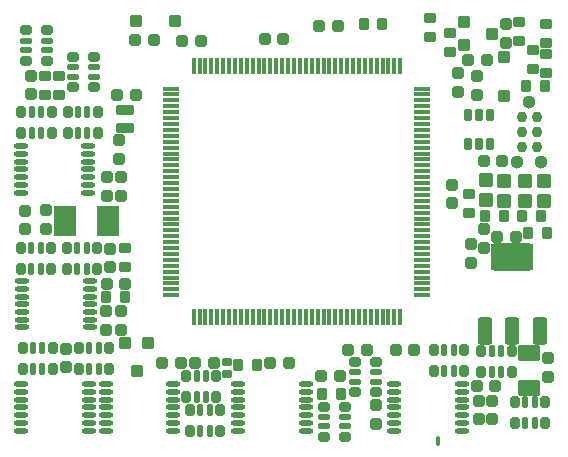
<source format=gts>
G04*
G04 #@! TF.GenerationSoftware,Altium Limited,Altium Designer,20.2.7 (254)*
G04*
G04 Layer_Color=7674933*
%FSLAX25Y25*%
%MOIN*%
G70*
G04*
G04 #@! TF.SameCoordinates,C0B213B8-0E46-4196-9EA8-866AAEF12B77*
G04*
G04*
G04 #@! TF.FilePolarity,Negative*
G04*
G01*
G75*
G04:AMPARAMS|DCode=43|XSize=76.38mil|YSize=50.79mil|CornerRadius=7.28mil|HoleSize=0mil|Usage=FLASHONLY|Rotation=0.000|XOffset=0mil|YOffset=0mil|HoleType=Round|Shape=RoundedRectangle|*
%AMROUNDEDRECTD43*
21,1,0.07638,0.03622,0,0,0.0*
21,1,0.06181,0.05079,0,0,0.0*
1,1,0.01457,0.03091,-0.01811*
1,1,0.01457,-0.03091,-0.01811*
1,1,0.01457,-0.03091,0.01811*
1,1,0.01457,0.03091,0.01811*
%
%ADD43ROUNDEDRECTD43*%
G04:AMPARAMS|DCode=44|XSize=33.07mil|YSize=41.73mil|CornerRadius=5.51mil|HoleSize=0mil|Usage=FLASHONLY|Rotation=270.000|XOffset=0mil|YOffset=0mil|HoleType=Round|Shape=RoundedRectangle|*
%AMROUNDEDRECTD44*
21,1,0.03307,0.03071,0,0,270.0*
21,1,0.02205,0.04173,0,0,270.0*
1,1,0.01102,-0.01535,-0.01102*
1,1,0.01102,-0.01535,0.01102*
1,1,0.01102,0.01535,0.01102*
1,1,0.01102,0.01535,-0.01102*
%
%ADD44ROUNDEDRECTD44*%
G04:AMPARAMS|DCode=45|XSize=38.98mil|YSize=38.98mil|CornerRadius=6.1mil|HoleSize=0mil|Usage=FLASHONLY|Rotation=90.000|XOffset=0mil|YOffset=0mil|HoleType=Round|Shape=RoundedRectangle|*
%AMROUNDEDRECTD45*
21,1,0.03898,0.02677,0,0,90.0*
21,1,0.02677,0.03898,0,0,90.0*
1,1,0.01221,0.01339,0.01339*
1,1,0.01221,0.01339,-0.01339*
1,1,0.01221,-0.01339,-0.01339*
1,1,0.01221,-0.01339,0.01339*
%
%ADD45ROUNDEDRECTD45*%
G04:AMPARAMS|DCode=46|XSize=33.07mil|YSize=41.73mil|CornerRadius=5.51mil|HoleSize=0mil|Usage=FLASHONLY|Rotation=180.000|XOffset=0mil|YOffset=0mil|HoleType=Round|Shape=RoundedRectangle|*
%AMROUNDEDRECTD46*
21,1,0.03307,0.03071,0,0,180.0*
21,1,0.02205,0.04173,0,0,180.0*
1,1,0.01102,-0.01102,0.01535*
1,1,0.01102,0.01102,0.01535*
1,1,0.01102,0.01102,-0.01535*
1,1,0.01102,-0.01102,-0.01535*
%
%ADD46ROUNDEDRECTD46*%
G04:AMPARAMS|DCode=47|XSize=15.35mil|YSize=33.07mil|CornerRadius=7.68mil|HoleSize=0mil|Usage=FLASHONLY|Rotation=180.000|XOffset=0mil|YOffset=0mil|HoleType=Round|Shape=RoundedRectangle|*
%AMROUNDEDRECTD47*
21,1,0.01535,0.01772,0,0,180.0*
21,1,0.00000,0.03307,0,0,180.0*
1,1,0.01535,0.00000,0.00886*
1,1,0.01535,0.00000,0.00886*
1,1,0.01535,0.00000,-0.00886*
1,1,0.01535,0.00000,-0.00886*
%
%ADD47ROUNDEDRECTD47*%
G04:AMPARAMS|DCode=48|XSize=29.13mil|YSize=40.95mil|CornerRadius=5.12mil|HoleSize=0mil|Usage=FLASHONLY|Rotation=180.000|XOffset=0mil|YOffset=0mil|HoleType=Round|Shape=RoundedRectangle|*
%AMROUNDEDRECTD48*
21,1,0.02913,0.03071,0,0,180.0*
21,1,0.01890,0.04095,0,0,180.0*
1,1,0.01024,-0.00945,0.01535*
1,1,0.01024,0.00945,0.01535*
1,1,0.01024,0.00945,-0.01535*
1,1,0.01024,-0.00945,-0.01535*
%
%ADD48ROUNDEDRECTD48*%
G04:AMPARAMS|DCode=49|XSize=38.98mil|YSize=38.98mil|CornerRadius=6.1mil|HoleSize=0mil|Usage=FLASHONLY|Rotation=180.000|XOffset=0mil|YOffset=0mil|HoleType=Round|Shape=RoundedRectangle|*
%AMROUNDEDRECTD49*
21,1,0.03898,0.02677,0,0,180.0*
21,1,0.02677,0.03898,0,0,180.0*
1,1,0.01221,-0.01339,0.01339*
1,1,0.01221,0.01339,0.01339*
1,1,0.01221,0.01339,-0.01339*
1,1,0.01221,-0.01339,-0.01339*
%
%ADD49ROUNDEDRECTD49*%
%ADD50O,0.05669X0.01417*%
%ADD51O,0.01417X0.05669*%
G04:AMPARAMS|DCode=52|XSize=33.07mil|YSize=29.13mil|CornerRadius=5.12mil|HoleSize=0mil|Usage=FLASHONLY|Rotation=180.000|XOffset=0mil|YOffset=0mil|HoleType=Round|Shape=RoundedRectangle|*
%AMROUNDEDRECTD52*
21,1,0.03307,0.01890,0,0,180.0*
21,1,0.02284,0.02913,0,0,180.0*
1,1,0.01024,-0.01142,0.00945*
1,1,0.01024,0.01142,0.00945*
1,1,0.01024,0.01142,-0.00945*
1,1,0.01024,-0.01142,-0.00945*
%
%ADD52ROUNDEDRECTD52*%
G04:AMPARAMS|DCode=53|XSize=143.31mil|YSize=90.16mil|CornerRadius=11.22mil|HoleSize=0mil|Usage=FLASHONLY|Rotation=0.000|XOffset=0mil|YOffset=0mil|HoleType=Round|Shape=RoundedRectangle|*
%AMROUNDEDRECTD53*
21,1,0.14331,0.06772,0,0,0.0*
21,1,0.12087,0.09016,0,0,0.0*
1,1,0.02244,0.06043,-0.03386*
1,1,0.02244,-0.06043,-0.03386*
1,1,0.02244,-0.06043,0.03386*
1,1,0.02244,0.06043,0.03386*
%
%ADD53ROUNDEDRECTD53*%
G04:AMPARAMS|DCode=54|XSize=48.82mil|YSize=90.16mil|CornerRadius=7.09mil|HoleSize=0mil|Usage=FLASHONLY|Rotation=0.000|XOffset=0mil|YOffset=0mil|HoleType=Round|Shape=RoundedRectangle|*
%AMROUNDEDRECTD54*
21,1,0.04882,0.07598,0,0,0.0*
21,1,0.03465,0.09016,0,0,0.0*
1,1,0.01417,0.01732,-0.03799*
1,1,0.01417,-0.01732,-0.03799*
1,1,0.01417,-0.01732,0.03799*
1,1,0.01417,0.01732,0.03799*
%
%ADD54ROUNDEDRECTD54*%
G04:AMPARAMS|DCode=55|XSize=48.82mil|YSize=90.16mil|CornerRadius=7.09mil|HoleSize=0mil|Usage=FLASHONLY|Rotation=0.000|XOffset=0mil|YOffset=0mil|HoleType=Round|Shape=RoundedRectangle|*
%AMROUNDEDRECTD55*
21,1,0.04882,0.07599,0,0,0.0*
21,1,0.03465,0.09016,0,0,0.0*
1,1,0.01417,0.01732,-0.03799*
1,1,0.01417,-0.01732,-0.03799*
1,1,0.01417,-0.01732,0.03799*
1,1,0.01417,0.01732,0.03799*
%
%ADD55ROUNDEDRECTD55*%
%ADD56O,0.04882X0.01732*%
G04:AMPARAMS|DCode=57|XSize=44.88mil|YSize=48.82mil|CornerRadius=6.69mil|HoleSize=0mil|Usage=FLASHONLY|Rotation=270.000|XOffset=0mil|YOffset=0mil|HoleType=Round|Shape=RoundedRectangle|*
%AMROUNDEDRECTD57*
21,1,0.04488,0.03543,0,0,270.0*
21,1,0.03150,0.04882,0,0,270.0*
1,1,0.01339,-0.01772,-0.01575*
1,1,0.01339,-0.01772,0.01575*
1,1,0.01339,0.01772,0.01575*
1,1,0.01339,0.01772,-0.01575*
%
%ADD57ROUNDEDRECTD57*%
G04:AMPARAMS|DCode=58|XSize=40.95mil|YSize=42.91mil|CornerRadius=6.3mil|HoleSize=0mil|Usage=FLASHONLY|Rotation=270.000|XOffset=0mil|YOffset=0mil|HoleType=Round|Shape=RoundedRectangle|*
%AMROUNDEDRECTD58*
21,1,0.04095,0.03032,0,0,270.0*
21,1,0.02835,0.04291,0,0,270.0*
1,1,0.01260,-0.01516,-0.01417*
1,1,0.01260,-0.01516,0.01417*
1,1,0.01260,0.01516,0.01417*
1,1,0.01260,0.01516,-0.01417*
%
%ADD58ROUNDEDRECTD58*%
G04:AMPARAMS|DCode=59|XSize=40.95mil|YSize=42.91mil|CornerRadius=6.3mil|HoleSize=0mil|Usage=FLASHONLY|Rotation=270.000|XOffset=0mil|YOffset=0mil|HoleType=Round|Shape=RoundedRectangle|*
%AMROUNDEDRECTD59*
21,1,0.04095,0.03032,0,0,270.0*
21,1,0.02835,0.04291,0,0,270.0*
1,1,0.01260,-0.01516,-0.01417*
1,1,0.01260,-0.01516,0.01417*
1,1,0.01260,0.01516,0.01417*
1,1,0.01260,0.01516,-0.01417*
%
%ADD59ROUNDEDRECTD59*%
%ADD60R,0.07244X0.10000*%
G04:AMPARAMS|DCode=61|XSize=31.1mil|YSize=37.01mil|CornerRadius=5.32mil|HoleSize=0mil|Usage=FLASHONLY|Rotation=0.000|XOffset=0mil|YOffset=0mil|HoleType=Round|Shape=RoundedRectangle|*
%AMROUNDEDRECTD61*
21,1,0.03110,0.02638,0,0,0.0*
21,1,0.02047,0.03701,0,0,0.0*
1,1,0.01063,0.01024,-0.01319*
1,1,0.01063,-0.01024,-0.01319*
1,1,0.01063,-0.01024,0.01319*
1,1,0.01063,0.01024,0.01319*
%
%ADD61ROUNDEDRECTD61*%
G04:AMPARAMS|DCode=62|XSize=23.23mil|YSize=37.01mil|CornerRadius=4.53mil|HoleSize=0mil|Usage=FLASHONLY|Rotation=0.000|XOffset=0mil|YOffset=0mil|HoleType=Round|Shape=RoundedRectangle|*
%AMROUNDEDRECTD62*
21,1,0.02323,0.02795,0,0,0.0*
21,1,0.01417,0.03701,0,0,0.0*
1,1,0.00906,0.00709,-0.01398*
1,1,0.00906,-0.00709,-0.01398*
1,1,0.00906,-0.00709,0.01398*
1,1,0.00906,0.00709,0.01398*
%
%ADD62ROUNDEDRECTD62*%
G04:AMPARAMS|DCode=63|XSize=41.34mil|YSize=38.98mil|CornerRadius=6.1mil|HoleSize=0mil|Usage=FLASHONLY|Rotation=270.000|XOffset=0mil|YOffset=0mil|HoleType=Round|Shape=RoundedRectangle|*
%AMROUNDEDRECTD63*
21,1,0.04134,0.02677,0,0,270.0*
21,1,0.02913,0.03898,0,0,270.0*
1,1,0.01221,-0.01339,-0.01457*
1,1,0.01221,-0.01339,0.01457*
1,1,0.01221,0.01339,0.01457*
1,1,0.01221,0.01339,-0.01457*
%
%ADD63ROUNDEDRECTD63*%
G04:AMPARAMS|DCode=64|XSize=40.95mil|YSize=42.91mil|CornerRadius=6.3mil|HoleSize=0mil|Usage=FLASHONLY|Rotation=180.000|XOffset=0mil|YOffset=0mil|HoleType=Round|Shape=RoundedRectangle|*
%AMROUNDEDRECTD64*
21,1,0.04095,0.03032,0,0,180.0*
21,1,0.02835,0.04291,0,0,180.0*
1,1,0.01260,-0.01417,0.01516*
1,1,0.01260,0.01417,0.01516*
1,1,0.01260,0.01417,-0.01516*
1,1,0.01260,-0.01417,-0.01516*
%
%ADD64ROUNDEDRECTD64*%
G04:AMPARAMS|DCode=65|XSize=40.95mil|YSize=42.91mil|CornerRadius=6.3mil|HoleSize=0mil|Usage=FLASHONLY|Rotation=180.000|XOffset=0mil|YOffset=0mil|HoleType=Round|Shape=RoundedRectangle|*
%AMROUNDEDRECTD65*
21,1,0.04095,0.03032,0,0,180.0*
21,1,0.02835,0.04291,0,0,180.0*
1,1,0.01260,-0.01417,0.01516*
1,1,0.01260,0.01417,0.01516*
1,1,0.01260,0.01417,-0.01516*
1,1,0.01260,-0.01417,-0.01516*
%
%ADD65ROUNDEDRECTD65*%
G04:AMPARAMS|DCode=66|XSize=31.1mil|YSize=37.01mil|CornerRadius=5.32mil|HoleSize=0mil|Usage=FLASHONLY|Rotation=270.000|XOffset=0mil|YOffset=0mil|HoleType=Round|Shape=RoundedRectangle|*
%AMROUNDEDRECTD66*
21,1,0.03110,0.02638,0,0,270.0*
21,1,0.02047,0.03701,0,0,270.0*
1,1,0.01063,-0.01319,-0.01024*
1,1,0.01063,-0.01319,0.01024*
1,1,0.01063,0.01319,0.01024*
1,1,0.01063,0.01319,-0.01024*
%
%ADD66ROUNDEDRECTD66*%
G04:AMPARAMS|DCode=67|XSize=23.23mil|YSize=37.01mil|CornerRadius=4.53mil|HoleSize=0mil|Usage=FLASHONLY|Rotation=270.000|XOffset=0mil|YOffset=0mil|HoleType=Round|Shape=RoundedRectangle|*
%AMROUNDEDRECTD67*
21,1,0.02323,0.02795,0,0,270.0*
21,1,0.01417,0.03701,0,0,270.0*
1,1,0.00906,-0.01398,-0.00709*
1,1,0.00906,-0.01398,0.00709*
1,1,0.00906,0.01398,0.00709*
1,1,0.00906,0.01398,-0.00709*
%
%ADD67ROUNDEDRECTD67*%
%ADD68C,0.03651*%
G04:AMPARAMS|DCode=69|XSize=33.07mil|YSize=60.63mil|CornerRadius=5.51mil|HoleSize=0mil|Usage=FLASHONLY|Rotation=270.000|XOffset=0mil|YOffset=0mil|HoleType=Round|Shape=RoundedRectangle|*
%AMROUNDEDRECTD69*
21,1,0.03307,0.04961,0,0,270.0*
21,1,0.02205,0.06063,0,0,270.0*
1,1,0.01102,-0.02480,-0.01102*
1,1,0.01102,-0.02480,0.01102*
1,1,0.01102,0.02480,0.01102*
1,1,0.01102,0.02480,-0.01102*
%
%ADD69ROUNDEDRECTD69*%
G04:AMPARAMS|DCode=70|XSize=41.34mil|YSize=38.98mil|CornerRadius=6.1mil|HoleSize=0mil|Usage=FLASHONLY|Rotation=180.000|XOffset=0mil|YOffset=0mil|HoleType=Round|Shape=RoundedRectangle|*
%AMROUNDEDRECTD70*
21,1,0.04134,0.02677,0,0,180.0*
21,1,0.02913,0.03898,0,0,180.0*
1,1,0.01221,-0.01457,0.01339*
1,1,0.01221,0.01457,0.01339*
1,1,0.01221,0.01457,-0.01339*
1,1,0.01221,-0.01457,-0.01339*
%
%ADD70ROUNDEDRECTD70*%
%ADD71C,0.04451*%
D43*
X173425Y31004D02*
D03*
Y19587D02*
D03*
D44*
X12205Y123327D02*
D03*
Y117027D02*
D03*
X16831Y123425D02*
D03*
Y117126D02*
D03*
X153543Y77756D02*
D03*
Y84055D02*
D03*
X147146Y137894D02*
D03*
Y131594D02*
D03*
X140525Y136614D02*
D03*
Y142913D02*
D03*
X170177Y135236D02*
D03*
Y141535D02*
D03*
X179232Y124409D02*
D03*
Y130709D02*
D03*
X179232Y134547D02*
D03*
Y140846D02*
D03*
X174606Y125984D02*
D03*
Y132283D02*
D03*
X38583Y66043D02*
D03*
Y59744D02*
D03*
D45*
X7378Y117423D02*
D03*
Y123643D02*
D03*
X37303Y83602D02*
D03*
Y89823D02*
D03*
X165650Y134488D02*
D03*
Y140709D02*
D03*
X179626Y29488D02*
D03*
Y23268D02*
D03*
X149606Y124468D02*
D03*
Y118248D02*
D03*
X156201Y123386D02*
D03*
Y117165D02*
D03*
X122343Y13740D02*
D03*
Y7520D02*
D03*
X156791Y15217D02*
D03*
Y8996D02*
D03*
X161221Y8996D02*
D03*
Y15216D02*
D03*
X12500Y72480D02*
D03*
Y78701D02*
D03*
X32776Y89823D02*
D03*
Y83602D02*
D03*
X37402Y45138D02*
D03*
Y38917D02*
D03*
X158366Y66181D02*
D03*
Y72402D02*
D03*
X32579Y45039D02*
D03*
Y38819D02*
D03*
X18996Y32638D02*
D03*
Y26417D02*
D03*
X5413Y78602D02*
D03*
Y72382D02*
D03*
X147638Y87264D02*
D03*
Y81043D02*
D03*
X154035Y61162D02*
D03*
Y67382D02*
D03*
X36734Y102126D02*
D03*
Y95906D02*
D03*
X33760Y65905D02*
D03*
Y59685D02*
D03*
D46*
X110827Y17323D02*
D03*
X104527D02*
D03*
X82874Y27264D02*
D03*
X76575D02*
D03*
X165157Y76968D02*
D03*
X158858D02*
D03*
X118259Y140657D02*
D03*
X124559D02*
D03*
X171063Y76772D02*
D03*
X177362D02*
D03*
X173032Y71260D02*
D03*
X179331D02*
D03*
X38878Y49705D02*
D03*
X32579D02*
D03*
X178642Y120177D02*
D03*
X172343D02*
D03*
D47*
X142933Y1772D02*
D03*
D48*
X160531Y100984D02*
D03*
X156791D02*
D03*
X153051D02*
D03*
Y110433D02*
D03*
X156791D02*
D03*
X160531D02*
D03*
D49*
X87244Y27854D02*
D03*
X93465D02*
D03*
X162165Y20079D02*
D03*
X155945D02*
D03*
X159409Y128740D02*
D03*
X153189D02*
D03*
X168957Y69882D02*
D03*
X162736D02*
D03*
X68386Y27854D02*
D03*
X62165D02*
D03*
X135197Y32185D02*
D03*
X128976D02*
D03*
X48287Y135433D02*
D03*
X42067D02*
D03*
X164527Y95177D02*
D03*
X158307D02*
D03*
X57441Y27756D02*
D03*
X51220D02*
D03*
X110394Y23425D02*
D03*
X104173D02*
D03*
X57717Y135039D02*
D03*
X63937D02*
D03*
X91496Y135827D02*
D03*
X85276D02*
D03*
X109705Y140256D02*
D03*
X103484D02*
D03*
X113031Y32087D02*
D03*
X119252D02*
D03*
X38839Y54232D02*
D03*
X32618D02*
D03*
X42283Y117028D02*
D03*
X36063D02*
D03*
D50*
X54232Y119291D02*
D03*
Y117323D02*
D03*
Y115354D02*
D03*
Y113386D02*
D03*
Y111417D02*
D03*
Y109449D02*
D03*
Y107480D02*
D03*
Y105512D02*
D03*
Y103543D02*
D03*
Y101575D02*
D03*
Y99606D02*
D03*
Y97638D02*
D03*
Y95669D02*
D03*
Y93701D02*
D03*
Y91732D02*
D03*
Y89764D02*
D03*
Y87795D02*
D03*
Y85827D02*
D03*
Y83858D02*
D03*
Y81890D02*
D03*
Y79921D02*
D03*
Y77953D02*
D03*
Y75984D02*
D03*
Y74016D02*
D03*
Y72047D02*
D03*
Y70079D02*
D03*
Y68110D02*
D03*
Y66142D02*
D03*
Y64173D02*
D03*
Y62205D02*
D03*
Y60236D02*
D03*
Y58268D02*
D03*
Y56299D02*
D03*
Y54331D02*
D03*
Y52362D02*
D03*
Y50394D02*
D03*
X137894D02*
D03*
Y52362D02*
D03*
Y54331D02*
D03*
Y56299D02*
D03*
Y58268D02*
D03*
Y60236D02*
D03*
Y62205D02*
D03*
Y64173D02*
D03*
Y66142D02*
D03*
Y68110D02*
D03*
Y70079D02*
D03*
Y72047D02*
D03*
Y74016D02*
D03*
Y75984D02*
D03*
Y77953D02*
D03*
Y79921D02*
D03*
Y81890D02*
D03*
Y83858D02*
D03*
Y85827D02*
D03*
Y87795D02*
D03*
Y89764D02*
D03*
Y91732D02*
D03*
Y93701D02*
D03*
Y95669D02*
D03*
Y97638D02*
D03*
Y99606D02*
D03*
Y101575D02*
D03*
Y103543D02*
D03*
Y105512D02*
D03*
Y107480D02*
D03*
Y109449D02*
D03*
Y111417D02*
D03*
Y113386D02*
D03*
Y115354D02*
D03*
Y117323D02*
D03*
Y119291D02*
D03*
D51*
X61614Y43012D02*
D03*
X63583D02*
D03*
X65551D02*
D03*
X67520D02*
D03*
X69488D02*
D03*
X71457D02*
D03*
X73425D02*
D03*
X75394D02*
D03*
X77362D02*
D03*
X79331D02*
D03*
X81299D02*
D03*
X83268D02*
D03*
X85236D02*
D03*
X87205D02*
D03*
X89173D02*
D03*
X91142D02*
D03*
X93110D02*
D03*
X95079D02*
D03*
X97047D02*
D03*
X99016D02*
D03*
X100984D02*
D03*
X102953D02*
D03*
X104921D02*
D03*
X106890D02*
D03*
X108858D02*
D03*
X110827D02*
D03*
X112795D02*
D03*
X114764D02*
D03*
X116732D02*
D03*
X118701D02*
D03*
X120669D02*
D03*
X122638D02*
D03*
X124606D02*
D03*
X126575D02*
D03*
X128543D02*
D03*
X130512D02*
D03*
Y126673D02*
D03*
X128543D02*
D03*
X126575D02*
D03*
X124606D02*
D03*
X122638D02*
D03*
X120669D02*
D03*
X118701D02*
D03*
X116732D02*
D03*
X114764D02*
D03*
X112795D02*
D03*
X110827D02*
D03*
X108858D02*
D03*
X106890D02*
D03*
X104921D02*
D03*
X102953D02*
D03*
X100984D02*
D03*
X99016D02*
D03*
X97047D02*
D03*
X95079D02*
D03*
X93110D02*
D03*
X91142D02*
D03*
X89173D02*
D03*
X87205D02*
D03*
X85236D02*
D03*
X83268D02*
D03*
X81299D02*
D03*
X79331D02*
D03*
X77362D02*
D03*
X75394D02*
D03*
X73425D02*
D03*
X71457D02*
D03*
X69488D02*
D03*
X67520D02*
D03*
X65551D02*
D03*
X63583D02*
D03*
X61614D02*
D03*
D52*
X72835Y24213D02*
D03*
Y28150D02*
D03*
D53*
X167913Y62992D02*
D03*
D54*
X176969Y38583D02*
D03*
X158858D02*
D03*
D55*
X167913D02*
D03*
D56*
X150984Y5315D02*
D03*
Y7874D02*
D03*
Y10433D02*
D03*
Y12992D02*
D03*
Y15551D02*
D03*
Y18110D02*
D03*
Y20669D02*
D03*
X128543Y5315D02*
D03*
Y7874D02*
D03*
Y10433D02*
D03*
Y12992D02*
D03*
Y15551D02*
D03*
Y18110D02*
D03*
Y20669D02*
D03*
X26969Y39665D02*
D03*
Y42224D02*
D03*
Y44783D02*
D03*
Y47343D02*
D03*
Y49902D02*
D03*
Y52461D02*
D03*
Y55020D02*
D03*
X4527Y39665D02*
D03*
Y42224D02*
D03*
Y44783D02*
D03*
Y47343D02*
D03*
Y49902D02*
D03*
Y52461D02*
D03*
Y55020D02*
D03*
X26476Y84646D02*
D03*
Y87205D02*
D03*
Y89764D02*
D03*
Y92323D02*
D03*
Y94882D02*
D03*
Y97441D02*
D03*
Y100000D02*
D03*
X4035Y84646D02*
D03*
Y87205D02*
D03*
Y89764D02*
D03*
Y92323D02*
D03*
Y94882D02*
D03*
Y97441D02*
D03*
Y100000D02*
D03*
X32284Y20669D02*
D03*
Y18110D02*
D03*
Y15551D02*
D03*
Y12992D02*
D03*
Y10433D02*
D03*
Y7874D02*
D03*
Y5315D02*
D03*
X54724Y20669D02*
D03*
Y18110D02*
D03*
Y15551D02*
D03*
Y12992D02*
D03*
Y10433D02*
D03*
Y7874D02*
D03*
Y5315D02*
D03*
X76575Y20669D02*
D03*
Y18110D02*
D03*
Y15551D02*
D03*
Y12992D02*
D03*
Y10433D02*
D03*
Y7874D02*
D03*
Y5315D02*
D03*
X99016Y20669D02*
D03*
Y18110D02*
D03*
Y15551D02*
D03*
Y12992D02*
D03*
Y10433D02*
D03*
Y7874D02*
D03*
Y5315D02*
D03*
X26673D02*
D03*
Y7874D02*
D03*
Y10433D02*
D03*
Y12992D02*
D03*
Y15551D02*
D03*
Y18110D02*
D03*
Y20669D02*
D03*
X4232Y5315D02*
D03*
Y7874D02*
D03*
Y10433D02*
D03*
Y12992D02*
D03*
Y15551D02*
D03*
Y18110D02*
D03*
Y20669D02*
D03*
D57*
X178445Y81693D02*
D03*
Y88386D02*
D03*
X164961Y88484D02*
D03*
Y81791D02*
D03*
X172146Y81693D02*
D03*
Y88386D02*
D03*
X159232Y88681D02*
D03*
Y81988D02*
D03*
D58*
X151850Y141339D02*
D03*
X161102Y137599D02*
D03*
D59*
X151850Y133858D02*
D03*
D60*
X33169Y75099D02*
D03*
X18602D02*
D03*
D61*
X168799Y7677D02*
D03*
Y14764D02*
D03*
X178839D02*
D03*
Y7677D02*
D03*
X167618Y24705D02*
D03*
Y31791D02*
D03*
X157579D02*
D03*
Y24705D02*
D03*
X19390Y59153D02*
D03*
Y66240D02*
D03*
X29429D02*
D03*
Y59153D02*
D03*
X14173Y59154D02*
D03*
Y66240D02*
D03*
X4134D02*
D03*
Y59154D02*
D03*
X23327Y25787D02*
D03*
Y32874D02*
D03*
X33366D02*
D03*
Y25787D02*
D03*
X14665D02*
D03*
Y32874D02*
D03*
X4626D02*
D03*
Y25787D02*
D03*
X19587Y104331D02*
D03*
Y111417D02*
D03*
X29626D02*
D03*
Y104331D02*
D03*
X151772Y25000D02*
D03*
Y32087D02*
D03*
X141732D02*
D03*
Y25000D02*
D03*
X4232Y104331D02*
D03*
Y111417D02*
D03*
X14272D02*
D03*
Y104331D02*
D03*
X59153Y23524D02*
D03*
Y16437D02*
D03*
X69193D02*
D03*
Y23524D02*
D03*
X70374Y5217D02*
D03*
Y12303D02*
D03*
X60335D02*
D03*
Y5217D02*
D03*
D62*
X172244Y7677D02*
D03*
X175394D02*
D03*
Y14764D02*
D03*
X172244D02*
D03*
X161024Y31791D02*
D03*
X164173D02*
D03*
Y24705D02*
D03*
X161024D02*
D03*
X22835Y59153D02*
D03*
X25984D02*
D03*
Y66240D02*
D03*
X22835D02*
D03*
X7579Y66240D02*
D03*
X10728D02*
D03*
Y59154D02*
D03*
X7579D02*
D03*
X26772Y25787D02*
D03*
X29921D02*
D03*
Y32874D02*
D03*
X26772D02*
D03*
X8071D02*
D03*
X11221D02*
D03*
Y25787D02*
D03*
X8071D02*
D03*
X23032Y104331D02*
D03*
X26181D02*
D03*
Y111417D02*
D03*
X23032D02*
D03*
X145177Y32087D02*
D03*
X148327D02*
D03*
Y25000D02*
D03*
X145177D02*
D03*
X7677Y104331D02*
D03*
X10827D02*
D03*
Y111417D02*
D03*
X7677D02*
D03*
X65748Y16437D02*
D03*
X62598D02*
D03*
Y23524D02*
D03*
X65748D02*
D03*
X63780Y12303D02*
D03*
X66929D02*
D03*
Y5217D02*
D03*
X63780D02*
D03*
D63*
X165157Y129921D02*
D03*
Y116929D02*
D03*
D64*
X42618Y25079D02*
D03*
X46358Y34331D02*
D03*
D65*
X38878D02*
D03*
D66*
X105118Y3248D02*
D03*
X112205D02*
D03*
Y13287D02*
D03*
X105118D02*
D03*
X115354Y18110D02*
D03*
X122441D02*
D03*
Y28150D02*
D03*
X115354D02*
D03*
X28504Y119861D02*
D03*
X21417D02*
D03*
Y129901D02*
D03*
X28504D02*
D03*
X12894Y128642D02*
D03*
X5807D02*
D03*
Y138681D02*
D03*
X12894D02*
D03*
D67*
X112205Y9843D02*
D03*
Y6693D02*
D03*
X105118D02*
D03*
Y9843D02*
D03*
X122441Y24705D02*
D03*
Y21555D02*
D03*
X115354D02*
D03*
Y24705D02*
D03*
X28504Y123306D02*
D03*
Y126456D02*
D03*
X21417D02*
D03*
Y123306D02*
D03*
X12894Y132087D02*
D03*
Y135236D02*
D03*
X5807D02*
D03*
Y132087D02*
D03*
D68*
X170925Y109921D02*
D03*
X175925D02*
D03*
X170925Y104921D02*
D03*
X175925D02*
D03*
X170925Y99921D02*
D03*
X175925D02*
D03*
D69*
X38878Y106201D02*
D03*
Y112106D02*
D03*
D70*
X42323Y141831D02*
D03*
X55315D02*
D03*
D71*
X173425Y114921D02*
D03*
X177425Y94921D02*
D03*
X169425D02*
D03*
M02*

</source>
